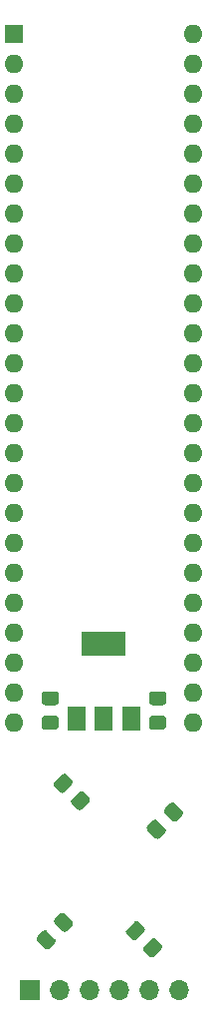
<source format=gbr>
%TF.GenerationSoftware,KiCad,Pcbnew,(5.1.9)-1*%
%TF.CreationDate,2021-02-10T01:52:36+01:00*%
%TF.ProjectId,Bluster,426c7573-7465-4722-9e6b-696361645f70,rev?*%
%TF.SameCoordinates,Original*%
%TF.FileFunction,Soldermask,Bot*%
%TF.FilePolarity,Negative*%
%FSLAX46Y46*%
G04 Gerber Fmt 4.6, Leading zero omitted, Abs format (unit mm)*
G04 Created by KiCad (PCBNEW (5.1.9)-1) date 2021-02-10 01:52:36*
%MOMM*%
%LPD*%
G01*
G04 APERTURE LIST*
%ADD10O,1.600000X1.600000*%
%ADD11R,1.600000X1.600000*%
%ADD12R,1.500000X2.000000*%
%ADD13R,3.800000X2.000000*%
%ADD14O,1.700000X1.700000*%
%ADD15R,1.700000X1.700000*%
G04 APERTURE END LIST*
D10*
%TO.C,U1*%
X176520000Y-39570000D03*
X161280000Y-97990000D03*
X176520000Y-42110000D03*
X161280000Y-95450000D03*
X176520000Y-44650000D03*
X161280000Y-92910000D03*
X176520000Y-47190000D03*
X161280000Y-90370000D03*
X176520000Y-49730000D03*
X161280000Y-87830000D03*
X176520000Y-52270000D03*
X161280000Y-85290000D03*
X176520000Y-54810000D03*
X161280000Y-82750000D03*
X176520000Y-57350000D03*
X161280000Y-80210000D03*
X176520000Y-59890000D03*
X161280000Y-77670000D03*
X176520000Y-62430000D03*
X161280000Y-75130000D03*
X176520000Y-64970000D03*
X161280000Y-72590000D03*
X176520000Y-67510000D03*
X161280000Y-70050000D03*
X176520000Y-70050000D03*
X161280000Y-67510000D03*
X176520000Y-72590000D03*
X161280000Y-64970000D03*
X176520000Y-75130000D03*
X161280000Y-62430000D03*
X176520000Y-77670000D03*
X161280000Y-59890000D03*
X176520000Y-80210000D03*
X161280000Y-57350000D03*
X176520000Y-82750000D03*
X161280000Y-54810000D03*
X176520000Y-85290000D03*
X161280000Y-52270000D03*
X176520000Y-87830000D03*
X161280000Y-49730000D03*
X176520000Y-90370000D03*
X161280000Y-47190000D03*
X176520000Y-92910000D03*
X161280000Y-44650000D03*
X176520000Y-95450000D03*
X161280000Y-42110000D03*
X176520000Y-97990000D03*
D11*
X161280000Y-39570000D03*
%TD*%
D12*
%TO.C,U3*%
X171200000Y-97638000D03*
X166600000Y-97638000D03*
X168900000Y-97638000D03*
D13*
X168900000Y-91338000D03*
%TD*%
D14*
%TO.C,J1*%
X175260000Y-120650000D03*
X172720000Y-120650000D03*
X170180000Y-120650000D03*
X167640000Y-120650000D03*
X165100000Y-120650000D03*
D15*
X162560000Y-120650000D03*
%TD*%
%TO.C,C6*%
G36*
G01*
X164803000Y-96524000D02*
X163853000Y-96524000D01*
G75*
G02*
X163603000Y-96274000I0J250000D01*
G01*
X163603000Y-95599000D01*
G75*
G02*
X163853000Y-95349000I250000J0D01*
G01*
X164803000Y-95349000D01*
G75*
G02*
X165053000Y-95599000I0J-250000D01*
G01*
X165053000Y-96274000D01*
G75*
G02*
X164803000Y-96524000I-250000J0D01*
G01*
G37*
G36*
G01*
X164803000Y-98599000D02*
X163853000Y-98599000D01*
G75*
G02*
X163603000Y-98349000I0J250000D01*
G01*
X163603000Y-97674000D01*
G75*
G02*
X163853000Y-97424000I250000J0D01*
G01*
X164803000Y-97424000D01*
G75*
G02*
X165053000Y-97674000I0J-250000D01*
G01*
X165053000Y-98349000D01*
G75*
G02*
X164803000Y-98599000I-250000J0D01*
G01*
G37*
%TD*%
%TO.C,C5*%
G36*
G01*
X173947000Y-96524000D02*
X172997000Y-96524000D01*
G75*
G02*
X172747000Y-96274000I0J250000D01*
G01*
X172747000Y-95599000D01*
G75*
G02*
X172997000Y-95349000I250000J0D01*
G01*
X173947000Y-95349000D01*
G75*
G02*
X174197000Y-95599000I0J-250000D01*
G01*
X174197000Y-96274000D01*
G75*
G02*
X173947000Y-96524000I-250000J0D01*
G01*
G37*
G36*
G01*
X173947000Y-98599000D02*
X172997000Y-98599000D01*
G75*
G02*
X172747000Y-98349000I0J250000D01*
G01*
X172747000Y-97674000D01*
G75*
G02*
X172997000Y-97424000I250000J0D01*
G01*
X173947000Y-97424000D01*
G75*
G02*
X174197000Y-97674000I0J-250000D01*
G01*
X174197000Y-98349000D01*
G75*
G02*
X173947000Y-98599000I-250000J0D01*
G01*
G37*
%TD*%
%TO.C,C4*%
G36*
G01*
X164067904Y-115676345D02*
X164739655Y-116348096D01*
G75*
G02*
X164739655Y-116701650I-176777J-176777D01*
G01*
X164262358Y-117178947D01*
G75*
G02*
X163908804Y-117178947I-176777J176777D01*
G01*
X163237053Y-116507196D01*
G75*
G02*
X163237053Y-116153642I176777J176777D01*
G01*
X163714350Y-115676345D01*
G75*
G02*
X164067904Y-115676345I176777J-176777D01*
G01*
G37*
G36*
G01*
X165535150Y-114209099D02*
X166206901Y-114880850D01*
G75*
G02*
X166206901Y-115234404I-176777J-176777D01*
G01*
X165729604Y-115711701D01*
G75*
G02*
X165376050Y-115711701I-176777J176777D01*
G01*
X164704299Y-115039950D01*
G75*
G02*
X164704299Y-114686396I176777J176777D01*
G01*
X165181596Y-114209099D01*
G75*
G02*
X165535150Y-114209099I176777J-176777D01*
G01*
G37*
%TD*%
%TO.C,C3*%
G36*
G01*
X166184478Y-103231927D02*
X165512727Y-103903678D01*
G75*
G02*
X165159173Y-103903678I-176777J176777D01*
G01*
X164681876Y-103426381D01*
G75*
G02*
X164681876Y-103072827I176777J176777D01*
G01*
X165353627Y-102401076D01*
G75*
G02*
X165707181Y-102401076I176777J-176777D01*
G01*
X166184478Y-102878373D01*
G75*
G02*
X166184478Y-103231927I-176777J-176777D01*
G01*
G37*
G36*
G01*
X167651724Y-104699173D02*
X166979973Y-105370924D01*
G75*
G02*
X166626419Y-105370924I-176777J176777D01*
G01*
X166149122Y-104893627D01*
G75*
G02*
X166149122Y-104540073I176777J176777D01*
G01*
X166820873Y-103868322D01*
G75*
G02*
X167174427Y-103868322I176777J-176777D01*
G01*
X167651724Y-104345619D01*
G75*
G02*
X167651724Y-104699173I-176777J-176777D01*
G01*
G37*
%TD*%
%TO.C,C2*%
G36*
G01*
X174745673Y-106342078D02*
X174073922Y-105670327D01*
G75*
G02*
X174073922Y-105316773I176777J176777D01*
G01*
X174551219Y-104839476D01*
G75*
G02*
X174904773Y-104839476I176777J-176777D01*
G01*
X175576524Y-105511227D01*
G75*
G02*
X175576524Y-105864781I-176777J-176777D01*
G01*
X175099227Y-106342078D01*
G75*
G02*
X174745673Y-106342078I-176777J176777D01*
G01*
G37*
G36*
G01*
X173278427Y-107809324D02*
X172606676Y-107137573D01*
G75*
G02*
X172606676Y-106784019I176777J176777D01*
G01*
X173083973Y-106306722D01*
G75*
G02*
X173437527Y-106306722I176777J-176777D01*
G01*
X174109278Y-106978473D01*
G75*
G02*
X174109278Y-107332027I-176777J-176777D01*
G01*
X173631981Y-107809324D01*
G75*
G02*
X173278427Y-107809324I-176777J176777D01*
G01*
G37*
%TD*%
%TO.C,C1*%
G36*
G01*
X172295922Y-117036873D02*
X172967673Y-116365122D01*
G75*
G02*
X173321227Y-116365122I176777J-176777D01*
G01*
X173798524Y-116842419D01*
G75*
G02*
X173798524Y-117195973I-176777J-176777D01*
G01*
X173126773Y-117867724D01*
G75*
G02*
X172773219Y-117867724I-176777J176777D01*
G01*
X172295922Y-117390427D01*
G75*
G02*
X172295922Y-117036873I176777J176777D01*
G01*
G37*
G36*
G01*
X170828676Y-115569627D02*
X171500427Y-114897876D01*
G75*
G02*
X171853981Y-114897876I176777J-176777D01*
G01*
X172331278Y-115375173D01*
G75*
G02*
X172331278Y-115728727I-176777J-176777D01*
G01*
X171659527Y-116400478D01*
G75*
G02*
X171305973Y-116400478I-176777J176777D01*
G01*
X170828676Y-115923181D01*
G75*
G02*
X170828676Y-115569627I176777J176777D01*
G01*
G37*
%TD*%
M02*

</source>
